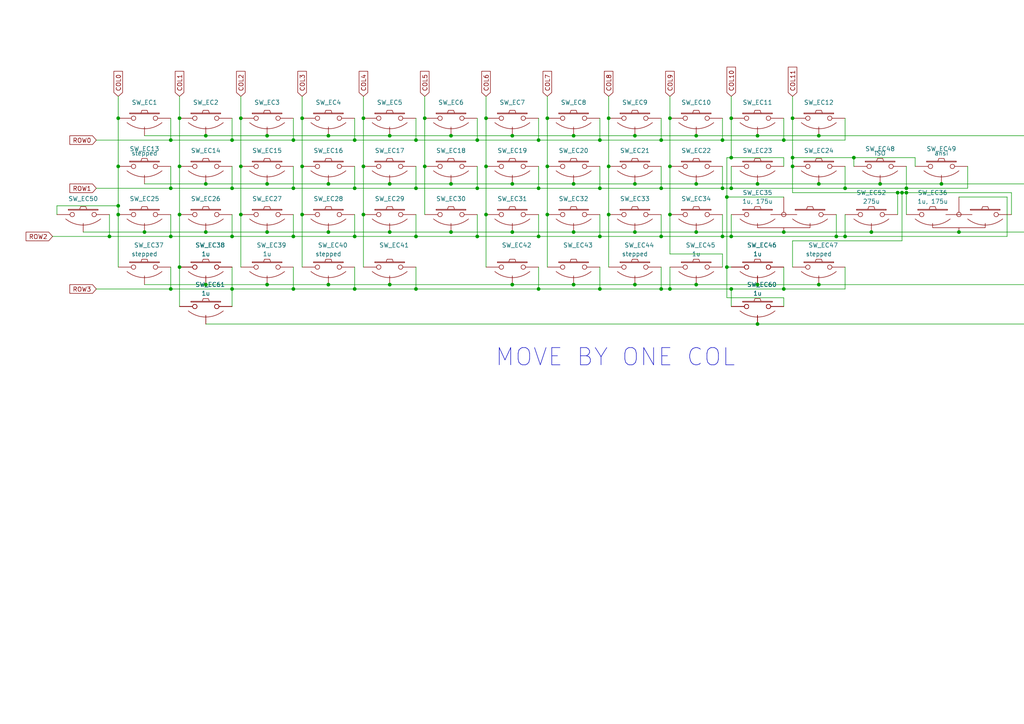
<source format=kicad_sch>
(kicad_sch (version 20230121) (generator eeschema)
  (paper "A4")
  (lib_symbols
    (symbol "cipulot_parts:EC_SW" (pin_numbers hide) (pin_names (offset 1.016) hide)
      (property "Reference" "SW" (at 3.81 2.794 0))
      (property "Value" "EC_SW" (at -3.81 3.81 0))
      (symbol "EC_SW_0_1"
        (arc (start -5.08 -1.27) (mid 0 -3.052) (end 5.08 -1.27))
        (rectangle (start -4.318 1.27) (end 4.318 1.524))
        (polyline (pts (xy -1.016 1.524) (xy -0.762 2.286) (xy 0.762 2.286) (xy 1.016 1.524)))
        (pin passive inverted (at -7.62 0 0) (length 5.08) (name "1") (number "1"))
        (pin passive inverted (at 7.62 0 180) (length 5.08) (name "2") (number "2"))
      )
      (symbol "EC_SW_1_1"
        (pin input line (at 0 -5.08 90) (length 2.54) (name "SG") (number "3"))
      )
    )
    (symbol "cipulot_parts:EC_SW_1u&1.75u" (pin_numbers hide) (pin_names (offset 1.016) hide)
      (property "Reference" "SW" (at 3.81 2.794 0))
      (property "Value" "EC_SW_1u&1.75u" (at -3.81 3.81 0))
      (symbol "EC_SW_1u&1.75u_0_1"
        (arc (start -5.08 -1.27) (mid 0 -3.052) (end 5.08 -1.27))
        (rectangle (start -4.318 1.27) (end 4.318 1.524))
        (polyline (pts (xy 11.43 0) (xy 3.81 0)))
        (polyline (pts (xy -1.016 1.524) (xy -0.762 2.286) (xy 0.762 2.286) (xy 1.016 1.524)))
        (polyline (pts (xy 0 -2.54) (xy 0 -3.81) (xy 15.24 -3.81) (xy 15.24 -2.54)))
        (polyline (pts (xy 14.224 1.524) (xy 14.478 2.286) (xy 16.002 2.286) (xy 16.256 1.524)))
        (arc (start 10.16 -1.27) (mid 15.24 -3.052) (end 20.32 -1.27))
        (rectangle (start 10.922 1.27) (end 19.558 1.524))
        (pin passive inverted (at -7.62 0 0) (length 5.08) (name "1") (number "1"))
        (pin passive inverted (at 7.62 5.08 270) (length 5.7) (name "2") (number "2"))
        (pin passive inverted (at 22.86 0 180) (length 5.08) (name "3") (number "3"))
      )
      (symbol "EC_SW_1u&1.75u_1_1"
        (pin input line (at 7.62 -5.08 90) (length 1.25) (name "SG") (number "4"))
      )
    )
    (symbol "power:GND" (power) (pin_names (offset 0))
      (property "Value" "GND" (at 0 -3.81 0))
      (symbol "GND_0_1"
        (polyline (pts (xy 0 0) (xy 0 -1.27) (xy 1.27 -1.27) (xy 0 -2.54) (xy -1.27 -1.27) (xy 0 -1.27)))
      )
      (symbol "GND_1_1"
        (pin power_in line (at 0 0 270) (length 0) hide (name "GND") (number "1"))
      )
    )
  )
  (junction (at 227.33 83.82))
  (junction (at 212.09 45.72))
  (junction (at 194.31 48.26))
  (junction (at 166.37 82.55))
  (junction (at 176.53 62.23))
  (junction (at 166.37 67.31))
  (junction (at 166.37 53.34))
  (junction (at 59.69 53.34))
  (junction (at 156.21 40.64))
  (junction (at 77.47 67.31))
  (junction (at 34.29 48.26))
  (junction (at 194.31 34.29))
  (junction (at 49.53 40.64))
  (junction (at 245.11 68.58))
  (junction (at 191.77 83.82))
  (junction (at 219.71 53.34))
  (junction (at 201.93 67.31))
  (junction (at 201.93 53.34))
  (junction (at 130.81 39.37))
  (junction (at 209.55 54.61))
  (junction (at 184.15 82.55))
  (junction (at 59.69 39.37))
  (junction (at 219.71 82.55))
  (junction (at 194.31 62.23))
  (junction (at 102.87 54.61))
  (junction (at 173.99 68.58))
  (junction (at 77.47 39.37))
  (junction (at 95.25 53.34))
  (junction (at 130.81 67.31))
  (junction (at 260.35 55.88))
  (junction (at 34.29 59.69))
  (junction (at 158.75 48.26))
  (junction (at 201.93 82.55))
  (junction (at 191.77 40.64))
  (junction (at 120.65 68.58))
  (junction (at 123.19 34.29))
  (junction (at 34.29 62.23))
  (junction (at 173.99 54.61))
  (junction (at 138.43 40.64))
  (junction (at 85.09 40.64))
  (junction (at 67.31 54.61))
  (junction (at 229.87 45.72))
  (junction (at 34.29 34.29))
  (junction (at 123.19 48.26))
  (junction (at 261.62 55.88))
  (junction (at 148.59 67.31))
  (junction (at 59.69 82.55))
  (junction (at 156.21 83.82))
  (junction (at 52.07 34.29))
  (junction (at 210.82 57.15))
  (junction (at 120.65 54.61))
  (junction (at 262.89 54.61))
  (junction (at 237.49 82.55))
  (junction (at 245.11 54.61))
  (junction (at 113.03 67.31))
  (junction (at 219.71 93.98))
  (junction (at 102.87 83.82))
  (junction (at 140.97 48.26))
  (junction (at 229.87 34.29))
  (junction (at 87.63 62.23))
  (junction (at 237.49 39.37))
  (junction (at 166.37 39.37))
  (junction (at 49.53 83.82))
  (junction (at 210.82 77.47))
  (junction (at 52.07 62.23))
  (junction (at 102.87 68.58))
  (junction (at 278.13 67.31))
  (junction (at 242.57 68.58))
  (junction (at 52.07 77.47))
  (junction (at 148.59 53.34))
  (junction (at 95.25 82.55))
  (junction (at 85.09 54.61))
  (junction (at 49.53 68.58))
  (junction (at 105.41 48.26))
  (junction (at 120.65 40.64))
  (junction (at 255.27 53.34))
  (junction (at 67.31 40.64))
  (junction (at 237.49 53.34))
  (junction (at 77.47 82.55))
  (junction (at 252.73 67.31))
  (junction (at 67.31 83.82))
  (junction (at 229.87 48.26))
  (junction (at 173.99 83.82))
  (junction (at 212.09 83.82))
  (junction (at 247.65 45.72))
  (junction (at 130.81 53.34))
  (junction (at 138.43 54.61))
  (junction (at 31.75 68.58))
  (junction (at 138.43 68.58))
  (junction (at 85.09 83.82))
  (junction (at 176.53 48.26))
  (junction (at 120.65 83.82))
  (junction (at 148.59 39.37))
  (junction (at 219.71 39.37))
  (junction (at 41.91 67.31))
  (junction (at 85.09 68.58))
  (junction (at 113.03 53.34))
  (junction (at 227.33 67.31))
  (junction (at 67.31 68.58))
  (junction (at 156.21 54.61))
  (junction (at 87.63 34.29))
  (junction (at 191.77 68.58))
  (junction (at 201.93 39.37))
  (junction (at 87.63 48.26))
  (junction (at 102.87 40.64))
  (junction (at 176.53 34.29))
  (junction (at 212.09 34.29))
  (junction (at 158.75 62.23))
  (junction (at 227.33 40.64))
  (junction (at 212.09 54.61))
  (junction (at 69.85 62.23))
  (junction (at 113.03 82.55))
  (junction (at 113.03 39.37))
  (junction (at 209.55 68.58))
  (junction (at 69.85 48.26))
  (junction (at 52.07 48.26))
  (junction (at 77.47 53.34))
  (junction (at 105.41 34.29))
  (junction (at 59.69 67.31))
  (junction (at 273.05 53.34))
  (junction (at 49.53 54.61))
  (junction (at 69.85 34.29))
  (junction (at 184.15 67.31))
  (junction (at 158.75 34.29))
  (junction (at 173.99 40.64))
  (junction (at 105.41 62.23))
  (junction (at 156.21 68.58))
  (junction (at 140.97 34.29))
  (junction (at 95.25 67.31))
  (junction (at 184.15 53.34))
  (junction (at 209.55 40.64))
  (junction (at 194.31 83.82))
  (junction (at 95.25 39.37))
  (junction (at 262.89 55.88))
  (junction (at 140.97 62.23))
  (junction (at 148.59 82.55))
  (junction (at 212.09 68.58))
  (junction (at 184.15 39.37))
  (junction (at 191.77 54.61))
  (wire (pts (xy 229.87 34.29) (xy 229.87 45.72)))
  (wire (pts (xy 102.87 77.47) (xy 102.87 83.82)))
  (wire (pts (xy 194.31 27.94) (xy 194.31 34.29)))
  (wire (pts (xy 227.33 77.47) (xy 227.33 83.82)))
  (wire (pts (xy 191.77 77.47) (xy 191.77 83.82)))
  (wire (pts (xy 120.65 54.61) (xy 138.43 54.61)))
  (wire (pts (xy 31.75 68.58) (xy 49.53 68.58)))
  (wire (pts (xy 212.09 83.82) (xy 212.09 88.9)))
  (wire (pts (xy 209.55 34.29) (xy 209.55 40.64)))
  (wire (pts (xy 120.65 83.82) (xy 156.21 83.82)))
  (wire (pts (xy 41.91 67.31) (xy 59.69 67.31)))
  (wire (pts (xy 120.65 48.26) (xy 120.65 54.61)))
  (wire (pts (xy 212.09 62.23) (xy 212.09 68.58)))
  (wire (pts (xy 273.05 53.34) (xy 299.72 53.34)))
  (wire (pts (xy 69.85 34.29) (xy 69.85 48.26)))
  (wire (pts (xy 210.82 86.36) (xy 227.33 86.36)))
  (wire (pts (xy 280.67 48.26) (xy 280.67 54.61)))
  (wire (pts (xy 156.21 62.23) (xy 156.21 68.58)))
  (wire (pts (xy 173.99 62.23) (xy 173.99 68.58)))
  (wire (pts (xy 120.65 68.58) (xy 138.43 68.58)))
  (wire (pts (xy 156.21 40.64) (xy 173.99 40.64)))
  (wire (pts (xy 212.09 45.72) (xy 227.33 45.72)))
  (wire (pts (xy 67.31 40.64) (xy 85.09 40.64)))
  (wire (pts (xy 49.53 48.26) (xy 49.53 54.61)))
  (wire (pts (xy 191.77 48.26) (xy 191.77 54.61)))
  (wire (pts (xy 120.65 62.23) (xy 120.65 68.58)))
  (wire (pts (xy 237.49 39.37) (xy 299.72 39.37)))
  (wire (pts (xy 229.87 27.94) (xy 229.87 34.29)))
  (wire (pts (xy 227.33 67.31) (xy 252.73 67.31)))
  (wire (pts (xy 229.87 69.85) (xy 229.87 77.47)))
  (wire (pts (xy 102.87 83.82) (xy 120.65 83.82)))
  (wire (pts (xy 102.87 34.29) (xy 102.87 40.64)))
  (wire (pts (xy 156.21 83.82) (xy 173.99 83.82)))
  (wire (pts (xy 140.97 27.94) (xy 140.97 34.29)))
  (wire (pts (xy 166.37 53.34) (xy 184.15 53.34)))
  (wire (pts (xy 41.91 82.55) (xy 59.69 82.55)))
  (wire (pts (xy 210.82 57.15) (xy 227.33 57.15)))
  (wire (pts (xy 95.25 39.37) (xy 113.03 39.37)))
  (wire (pts (xy 85.09 48.26) (xy 85.09 54.61)))
  (wire (pts (xy 173.99 77.47) (xy 173.99 83.82)))
  (wire (pts (xy 201.93 67.31) (xy 227.33 67.31)))
  (wire (pts (xy 191.77 40.64) (xy 209.55 40.64)))
  (wire (pts (xy 209.55 40.64) (xy 227.33 40.64)))
  (wire (pts (xy 102.87 48.26) (xy 102.87 54.61)))
  (wire (pts (xy 209.55 68.58) (xy 212.09 68.58)))
  (wire (pts (xy 247.65 45.72) (xy 265.43 45.72)))
  (wire (pts (xy 49.53 54.61) (xy 67.31 54.61)))
  (wire (pts (xy 229.87 69.85) (xy 261.62 69.85)))
  (wire (pts (xy 52.07 34.29) (xy 52.07 48.26)))
  (wire (pts (xy 27.94 40.64) (xy 49.53 40.64)))
  (wire (pts (xy 130.81 39.37) (xy 148.59 39.37)))
  (wire (pts (xy 85.09 34.29) (xy 85.09 40.64)))
  (wire (pts (xy 242.57 68.58) (xy 245.11 68.58)))
  (wire (pts (xy 184.15 82.55) (xy 201.93 82.55)))
  (wire (pts (xy 123.19 34.29) (xy 123.19 48.26)))
  (wire (pts (xy 138.43 34.29) (xy 138.43 40.64)))
  (wire (pts (xy 87.63 48.26) (xy 87.63 62.23)))
  (wire (pts (xy 113.03 53.34) (xy 130.81 53.34)))
  (wire (pts (xy 102.87 40.64) (xy 120.65 40.64)))
  (wire (pts (xy 148.59 82.55) (xy 166.37 82.55)))
  (wire (pts (xy 209.55 73.66) (xy 209.55 77.47)))
  (wire (pts (xy 176.53 27.94) (xy 176.53 34.29)))
  (wire (pts (xy 247.65 45.72) (xy 247.65 48.26)))
  (wire (pts (xy 59.69 67.31) (xy 77.47 67.31)))
  (wire (pts (xy 52.07 62.23) (xy 52.07 77.47)))
  (wire (pts (xy 255.27 53.34) (xy 273.05 53.34)))
  (wire (pts (xy 176.53 62.23) (xy 176.53 77.47)))
  (wire (pts (xy 140.97 48.26) (xy 140.97 62.23)))
  (wire (pts (xy 113.03 82.55) (xy 148.59 82.55)))
  (wire (pts (xy 194.31 83.82) (xy 212.09 83.82)))
  (wire (pts (xy 184.15 53.34) (xy 201.93 53.34)))
  (wire (pts (xy 265.43 45.72) (xy 265.43 48.26)))
  (wire (pts (xy 24.13 67.31) (xy 41.91 67.31)))
  (wire (pts (xy 49.53 68.58) (xy 67.31 68.58)))
  (wire (pts (xy 27.94 54.61) (xy 49.53 54.61)))
  (wire (pts (xy 77.47 53.34) (xy 95.25 53.34)))
  (wire (pts (xy 245.11 48.26) (xy 245.11 54.61)))
  (wire (pts (xy 173.99 54.61) (xy 191.77 54.61)))
  (wire (pts (xy 105.41 48.26) (xy 105.41 62.23)))
  (wire (pts (xy 227.33 34.29) (xy 227.33 40.64)))
  (wire (pts (xy 85.09 62.23) (xy 85.09 68.58)))
  (wire (pts (xy 173.99 34.29) (xy 173.99 40.64)))
  (wire (pts (xy 166.37 39.37) (xy 184.15 39.37)))
  (wire (pts (xy 69.85 62.23) (xy 69.85 77.47)))
  (wire (pts (xy 123.19 48.26) (xy 123.19 62.23)))
  (wire (pts (xy 49.53 40.64) (xy 67.31 40.64)))
  (wire (pts (xy 120.65 34.29) (xy 120.65 40.64)))
  (wire (pts (xy 67.31 54.61) (xy 85.09 54.61)))
  (wire (pts (xy 158.75 27.94) (xy 158.75 34.29)))
  (wire (pts (xy 87.63 27.94) (xy 87.63 34.29)))
  (wire (pts (xy 210.82 77.47) (xy 210.82 86.36)))
  (wire (pts (xy 156.21 77.47) (xy 156.21 83.82)))
  (wire (pts (xy 49.53 83.82) (xy 67.31 83.82)))
  (wire (pts (xy 102.87 68.58) (xy 120.65 68.58)))
  (wire (pts (xy 85.09 40.64) (xy 102.87 40.64)))
  (wire (pts (xy 227.33 86.36) (xy 227.33 88.9)))
  (wire (pts (xy 85.09 68.58) (xy 102.87 68.58)))
  (wire (pts (xy 113.03 67.31) (xy 130.81 67.31)))
  (wire (pts (xy 102.87 62.23) (xy 102.87 68.58)))
  (wire (pts (xy 194.31 73.66) (xy 209.55 73.66)))
  (wire (pts (xy 212.09 54.61) (xy 245.11 54.61)))
  (wire (pts (xy 138.43 40.64) (xy 156.21 40.64)))
  (wire (pts (xy 173.99 68.58) (xy 191.77 68.58)))
  (wire (pts (xy 59.69 82.55) (xy 77.47 82.55)))
  (wire (pts (xy 184.15 67.31) (xy 201.93 67.31)))
  (wire (pts (xy 67.31 77.47) (xy 67.31 83.82)))
  (wire (pts (xy 31.75 62.23) (xy 31.75 68.58)))
  (wire (pts (xy 212.09 83.82) (xy 227.33 83.82)))
  (wire (pts (xy 262.89 55.88) (xy 262.89 62.23)))
  (wire (pts (xy 210.82 45.72) (xy 210.82 57.15)))
  (wire (pts (xy 212.09 27.94) (xy 212.09 34.29)))
  (wire (pts (xy 138.43 54.61) (xy 156.21 54.61)))
  (wire (pts (xy 67.31 48.26) (xy 67.31 54.61)))
  (wire (pts (xy 191.77 62.23) (xy 191.77 68.58)))
  (wire (pts (xy 27.94 83.82) (xy 49.53 83.82)))
  (wire (pts (xy 120.65 77.47) (xy 120.65 83.82)))
  (wire (pts (xy 278.13 67.31) (xy 299.72 67.31)))
  (wire (pts (xy 49.53 34.29) (xy 49.53 40.64)))
  (wire (pts (xy 85.09 77.47) (xy 85.09 83.82)))
  (wire (pts (xy 210.82 57.15) (xy 210.82 77.47)))
  (wire (pts (xy 194.31 34.29) (xy 194.31 48.26)))
  (wire (pts (xy 227.33 83.82) (xy 245.11 83.82)))
  (wire (pts (xy 245.11 68.58) (xy 292.1 68.58)))
  (wire (pts (xy 138.43 62.23) (xy 138.43 68.58)))
  (wire (pts (xy 212.09 34.29) (xy 212.09 45.72)))
  (wire (pts (xy 229.87 55.88) (xy 260.35 55.88)))
  (wire (pts (xy 219.71 93.98) (xy 299.72 93.98)))
  (wire (pts (xy 49.53 77.47) (xy 49.53 83.82)))
  (wire (pts (xy 52.07 77.47) (xy 52.07 88.9)))
  (wire (pts (xy 16.51 59.69) (xy 34.29 59.69)))
  (wire (pts (xy 209.55 62.23) (xy 209.55 68.58)))
  (wire (pts (xy 156.21 68.58) (xy 173.99 68.58)))
  (wire (pts (xy 201.93 82.55) (xy 219.71 82.55)))
  (wire (pts (xy 69.85 27.94) (xy 69.85 34.29)))
  (wire (pts (xy 105.41 27.94) (xy 105.41 34.29)))
  (wire (pts (xy 219.71 82.55) (xy 237.49 82.55)))
  (wire (pts (xy 77.47 67.31) (xy 95.25 67.31)))
  (wire (pts (xy 212.09 68.58) (xy 242.57 68.58)))
  (wire (pts (xy 245.11 62.23) (xy 245.11 68.58)))
  (wire (pts (xy 59.69 39.37) (xy 77.47 39.37)))
  (wire (pts (xy 52.07 27.94) (xy 52.07 34.29)))
  (wire (pts (xy 252.73 67.31) (xy 278.13 67.31)))
  (wire (pts (xy 158.75 48.26) (xy 158.75 62.23)))
  (wire (pts (xy 77.47 39.37) (xy 95.25 39.37)))
  (wire (pts (xy 245.11 77.47) (xy 245.11 83.82)))
  (wire (pts (xy 34.29 59.69) (xy 34.29 62.23)))
  (wire (pts (xy 191.77 83.82) (xy 194.31 83.82)))
  (wire (pts (xy 260.35 55.88) (xy 261.62 55.88)))
  (wire (pts (xy 209.55 48.26) (xy 209.55 54.61)))
  (wire (pts (xy 41.91 53.34) (xy 59.69 53.34)))
  (wire (pts (xy 138.43 68.58) (xy 156.21 68.58)))
  (wire (pts (xy 210.82 45.72) (xy 212.09 45.72)))
  (wire (pts (xy 262.89 55.88) (xy 293.37 55.88)))
  (wire (pts (xy 148.59 53.34) (xy 166.37 53.34)))
  (wire (pts (xy 242.57 62.23) (xy 242.57 68.58)))
  (wire (pts (xy 194.31 48.26) (xy 194.31 62.23)))
  (wire (pts (xy 34.29 34.29) (xy 34.29 48.26)))
  (wire (pts (xy 229.87 45.72) (xy 247.65 45.72)))
  (wire (pts (xy 95.25 82.55) (xy 113.03 82.55)))
  (wire (pts (xy 166.37 82.55) (xy 184.15 82.55)))
  (wire (pts (xy 59.69 53.34) (xy 77.47 53.34)))
  (wire (pts (xy 138.43 48.26) (xy 138.43 54.61)))
  (wire (pts (xy 59.69 93.98) (xy 219.71 93.98)))
  (wire (pts (xy 148.59 67.31) (xy 166.37 67.31)))
  (wire (pts (xy 278.13 57.15) (xy 292.1 57.15)))
  (wire (pts (xy 49.53 62.23) (xy 49.53 68.58)))
  (wire (pts (xy 130.81 67.31) (xy 148.59 67.31)))
  (wire (pts (xy 176.53 48.26) (xy 176.53 62.23)))
  (wire (pts (xy 176.53 34.29) (xy 176.53 48.26)))
  (wire (pts (xy 261.62 55.88) (xy 262.89 55.88)))
  (wire (pts (xy 173.99 40.64) (xy 191.77 40.64)))
  (wire (pts (xy 229.87 48.26) (xy 229.87 55.88)))
  (wire (pts (xy 85.09 83.82) (xy 102.87 83.82)))
  (wire (pts (xy 156.21 48.26) (xy 156.21 54.61)))
  (wire (pts (xy 194.31 62.23) (xy 194.31 73.66)))
  (wire (pts (xy 227.33 40.64) (xy 245.11 40.64)))
  (wire (pts (xy 52.07 48.26) (xy 52.07 62.23)))
  (wire (pts (xy 191.77 54.61) (xy 209.55 54.61)))
  (wire (pts (xy 85.09 54.61) (xy 102.87 54.61)))
  (wire (pts (xy 148.59 39.37) (xy 166.37 39.37)))
  (wire (pts (xy 166.37 67.31) (xy 184.15 67.31)))
  (wire (pts (xy 229.87 45.72) (xy 229.87 48.26)))
  (wire (pts (xy 219.71 39.37) (xy 237.49 39.37)))
  (wire (pts (xy 191.77 68.58) (xy 209.55 68.58)))
  (wire (pts (xy 237.49 53.34) (xy 255.27 53.34)))
  (wire (pts (xy 219.71 53.34) (xy 237.49 53.34)))
  (wire (pts (xy 120.65 40.64) (xy 138.43 40.64)))
  (wire (pts (xy 261.62 55.88) (xy 261.62 69.85)))
  (wire (pts (xy 41.91 39.37) (xy 59.69 39.37)))
  (wire (pts (xy 105.41 34.29) (xy 105.41 48.26)))
  (wire (pts (xy 113.03 39.37) (xy 130.81 39.37)))
  (wire (pts (xy 34.29 27.94) (xy 34.29 34.29)))
  (wire (pts (xy 262.89 48.26) (xy 262.89 54.61)))
  (wire (pts (xy 173.99 83.82) (xy 191.77 83.82)))
  (wire (pts (xy 201.93 39.37) (xy 219.71 39.37)))
  (wire (pts (xy 34.29 62.23) (xy 34.29 77.47)))
  (wire (pts (xy 67.31 83.82) (xy 67.31 88.9)))
  (wire (pts (xy 262.89 54.61) (xy 280.67 54.61)))
  (wire (pts (xy 209.55 54.61) (xy 212.09 54.61)))
  (wire (pts (xy 245.11 34.29) (xy 245.11 40.64)))
  (wire (pts (xy 69.85 48.26) (xy 69.85 62.23)))
  (wire (pts (xy 237.49 82.55) (xy 299.72 82.55)))
  (wire (pts (xy 67.31 83.82) (xy 85.09 83.82)))
  (wire (pts (xy 16.51 59.69) (xy 16.51 62.23)))
  (wire (pts (xy 77.47 82.55) (xy 95.25 82.55)))
  (wire (pts (xy 67.31 34.29) (xy 67.31 40.64)))
  (wire (pts (xy 194.31 77.47) (xy 194.31 83.82)))
  (wire (pts (xy 191.77 34.29) (xy 191.77 40.64)))
  (wire (pts (xy 102.87 54.61) (xy 120.65 54.61)))
  (wire (pts (xy 130.81 53.34) (xy 148.59 53.34)))
  (wire (pts (xy 158.75 34.29) (xy 158.75 48.26)))
  (wire (pts (xy 173.99 48.26) (xy 173.99 54.61)))
  (wire (pts (xy 292.1 57.15) (xy 292.1 68.58)))
  (wire (pts (xy 67.31 68.58) (xy 85.09 68.58)))
  (wire (pts (xy 212.09 48.26) (xy 212.09 54.61)))
  (wire (pts (xy 260.35 55.88) (xy 260.35 62.23)))
  (wire (pts (xy 156.21 54.61) (xy 173.99 54.61)))
  (wire (pts (xy 105.41 62.23) (xy 105.41 77.47)))
  (wire (pts (xy 156.21 34.29) (xy 156.21 40.64)))
  (wire (pts (xy 140.97 62.23) (xy 140.97 77.47)))
  (wire (pts (xy 227.33 45.72) (xy 227.33 48.26)))
  (wire (pts (xy 158.75 62.23) (xy 158.75 77.47)))
  (wire (pts (xy 15.24 68.58) (xy 31.75 68.58)))
  (wire (pts (xy 67.31 62.23) (xy 67.31 68.58)))
  (wire (pts (xy 201.93 53.34) (xy 219.71 53.34)))
  (wire (pts (xy 293.37 55.88) (xy 293.37 62.23)))
  (wire (pts (xy 87.63 62.23) (xy 87.63 77.47)))
  (wire (pts (xy 210.82 77.47) (xy 212.09 77.47)))
  (wire (pts (xy 184.15 39.37) (xy 201.93 39.37)))
  (wire (pts (xy 245.11 54.61) (xy 262.89 54.61)))
  (wire (pts (xy 34.29 48.26) (xy 34.29 59.69)))
  (wire (pts (xy 123.19 27.94) (xy 123.19 34.29)))
  (wire (pts (xy 140.97 34.29) (xy 140.97 48.26)))
  (wire (pts (xy 87.63 34.29) (xy 87.63 48.26)))
  (wire (pts (xy 95.25 53.34) (xy 113.03 53.34)))
  (wire (pts (xy 95.25 67.31) (xy 113.03 67.31)))
  (text "RIGHT WIRING?" (at 307.34 62.23 0) (effects (font (size 5 5)) (justify left bottom)))
  (text "MOVE BY ONE COL" (at 143.51 106.68 0) (effects (font (size 5 5)) (justify left bottom)))
  (global_label "ROW0" (shape input) (at 27.94 40.64 180) (property "Intersheetrefs" "${INTERSHEET_REFS}" (effects hide)))
  (global_label "COL2" (shape input) (at 69.85 27.94 90) (property "Intersheetrefs" "${INTERSHEET_REFS}" (effects hide)))
  (global_label "COL1" (shape input) (at 52.07 27.94 90) (property "Intersheetrefs" "${INTERSHEET_REFS}" (effects hide)))
  (global_label "COL0" (shape input) (at 34.29 27.94 90) (property "Intersheetrefs" "${INTERSHEET_REFS}" (effects hide)))
  (global_label "ROW3" (shape input) (at 27.94 83.82 180) (property "Intersheetrefs" "${INTERSHEET_REFS}" (effects hide)))
  (global_label "COL6" (shape input) (at 140.97 27.94 90) (property "Intersheetrefs" "${INTERSHEET_REFS}" (effects hide)))
  (global_label "COL5" (shape input) (at 123.19 27.94 90) (property "Intersheetrefs" "${INTERSHEET_REFS}" (effects hide)))
  (global_label "COL8" (shape input) (at 176.53 27.94 90) (property "Intersheetrefs" "${INTERSHEET_REFS}" (effects hide)))
  (global_label "COL4" (shape input) (at 105.41 27.94 90) (property "Intersheetrefs" "${INTERSHEET_REFS}" (effects hide)))
  (global_label "COL3" (shape input) (at 87.63 27.94 90) (property "Intersheetrefs" "${INTERSHEET_REFS}" (effects hide)))
  (global_label "COL9" (shape input) (at 194.31 27.94 90) (property "Intersheetrefs" "${INTERSHEET_REFS}" (effects hide)))
  (global_label "COL10" (shape input) (at 212.09 27.94 90) (property "Intersheetrefs" "${INTERSHEET_REFS}" (effects hide)))
  (global_label "ROW1" (shape input) (at 27.94 54.61 180) (property "Intersheetrefs" "${INTERSHEET_REFS}" (effects hide)))
  (global_label "COL7" (shape input) (at 158.75 27.94 90) (property "Intersheetrefs" "${INTERSHEET_REFS}" (effects hide)))
  (global_label "COL11" (shape input) (at 229.87 27.94 90) (property "Intersheetrefs" "${INTERSHEET_REFS}" (effects hide)))
  (global_label "ROW2" (shape input) (at 15.24 68.58 180) (property "Intersheetrefs" "${INTERSHEET_REFS}" (effects hide)))
  (symbol (lib_id "cipulot_parts:EC_SW") (at 184.15 34.29 0) (unit 1)
    (property "Reference" "SW_EC9" (at 184.15 29.718 0))
    (property "Value" "Topre" (effects hide))
    (property "Footprint" "cipulot_parts:ecs_pad_1U_no_ring" (effects hide))
  )
  (symbol (lib_id "cipulot_parts:EC_SW") (at 219.71 34.29 0) (unit 1)
    (property "Reference" "SW_EC11" (at 219.71 29.718 0))
    (property "Value" "Topre" (effects hide))
    (property "Footprint" "cipulot_parts:ecs_pad_1U_no_ring" (effects hide))
  )
  (symbol (lib_id "cipulot_parts:EC_SW") (at 113.03 48.26 0) (unit 1)
    (property "Reference" "SW_EC17" (at 113.03 43.688 0))
    (property "Value" "Topre" (effects hide))
    (property "Footprint" "cipulot_parts:ecs_pad_1U_no_ring" (effects hide))
  )
  (symbol (lib_id "cipulot_parts:EC_SW") (at 184.15 62.23 0) (unit 1)
    (property "Reference" "SW_EC33" (at 184.15 57.658 0))
    (property "Value" "Topre" (effects hide))
    (property "Footprint" "cipulot_parts:ecs_pad_1U_no_ring" (effects hide))
  )
  (symbol (lib_id "cipulot_parts:EC_SW") (at 41.91 48.26 0) (unit 1)
    (property "Reference" "SW_EC13" (at 41.91 43.18 0))
    (property "Value" "stepped" (at 41.91 44.45 0))
    (property "Footprint" "cipulot_parts:ecs_pad_no_ring_stepped&normal" (effects hide))
  )
  (symbol (lib_id "cipulot_parts:EC_SW") (at 41.91 62.23 0) (unit 1)
    (property "Reference" "SW_EC25" (at 41.91 57.658 0))
    (property "Value" "Topre" (effects hide))
    (property "Footprint" "cipulot_parts:ecs_pad_1U_no_ring" (effects hide))
  )
  (symbol (lib_id "power:GND") (at 299.72 39.37 0) (unit 1)
    (property "Reference" "#PWR014" (effects hide))
    (property "Value" "GND" (at 303.53 40.64 0))
  )
  (symbol (lib_id "cipulot_parts:EC_SW") (at 148.59 77.47 0) (unit 1)
    (property "Reference" "SW_EC42" (at 149.86 71.12 0))
    (property "Value" "Topre" (effects hide))
    (property "Footprint" "cipulot_parts:ecs_pad_1U_no_ring" (effects hide))
  )
  (symbol (lib_id "cipulot_parts:EC_SW") (at 148.59 48.26 0) (unit 1)
    (property "Reference" "SW_EC19" (at 148.59 43.688 0))
    (property "Value" "Topre" (effects hide))
    (property "Footprint" "cipulot_parts:ecs_pad_1U_no_ring" (effects hide))
  )
  (symbol (lib_id "cipulot_parts:EC_SW") (at 59.69 77.47 0) (unit 1)
    (property "Reference" "SW_EC38" (at 60.96 71.12 0))
    (property "Value" "1u" (at 59.69 73.66 0))
    (property "Footprint" "cipulot_parts:ecs_pad_1U_no_ring_1u_edge_cut" (effects hide))
  )
  (symbol (lib_id "cipulot_parts:EC_SW") (at 237.49 34.29 0) (unit 1)
    (property "Reference" "SW_EC12" (at 237.49 29.718 0))
    (property "Value" "Topre" (effects hide))
    (property "Footprint" "cipulot_parts:ecs_pad_1U_no_ring" (effects hide))
  )
  (symbol (lib_id "cipulot_parts:EC_SW") (at 255.27 48.26 0) (unit 1)
    (property "Reference" "SW_EC48" (at 255.27 43.18 0))
    (property "Value" "ISO" (at 255.27 44.45 0))
    (property "Footprint" "cipulot_parts:ecs_pad_1U_no_ring" (effects hide))
  )
  (symbol (lib_id "power:GND") (at 299.72 93.98 0) (unit 1)
    (property "Reference" "#PWR012" (effects hide))
    (property "Value" "GND" (at 303.53 95.25 0))
  )
  (symbol (lib_id "cipulot_parts:EC_SW") (at 201.93 34.29 0) (unit 1)
    (property "Reference" "SW_EC10" (at 201.93 29.718 0))
    (property "Value" "Topre" (effects hide))
    (property "Footprint" "cipulot_parts:ecs_pad_1U_no_ring" (effects hide))
  )
  (symbol (lib_id "cipulot_parts:EC_SW") (at 77.47 77.47 0) (unit 1)
    (property "Reference" "SW_EC39" (at 78.74 71.12 0))
    (property "Value" "1u" (at 77.47 73.66 0))
    (property "Footprint" "cipulot_parts:ecs_pad_no_ring_stepped&normal_cut" (effects hide))
  )
  (symbol (lib_id "cipulot_parts:EC_SW") (at 113.03 62.23 0) (unit 1)
    (property "Reference" "SW_EC29" (at 113.03 57.658 0))
    (property "Value" "Topre" (effects hide))
    (property "Footprint" "cipulot_parts:ecs_pad_1U_no_ring" (effects hide))
  )
  (symbol (lib_id "cipulot_parts:EC_SW") (at 219.71 88.9 0) (unit 1)
    (property "Reference" "SW_EC60" (at 220.98 82.55 0))
    (property "Value" "1u" (at 219.71 85.09 0))
    (property "Footprint" "cipulot_parts:ecs_pad_1U_no_ring_1u_edge_cut" (effects hide))
  )
  (symbol (lib_id "cipulot_parts:EC_SW") (at 148.59 62.23 0) (unit 1)
    (property "Reference" "SW_EC31" (at 148.59 57.658 0))
    (property "Value" "Topre" (effects hide))
    (property "Footprint" "cipulot_parts:ecs_pad_1U_no_ring" (effects hide))
  )
  (symbol (lib_id "cipulot_parts:EC_SW") (at 77.47 34.29 0) (unit 1)
    (property "Reference" "SW_EC3" (at 77.47 29.718 0))
    (property "Value" "Topre" (effects hide))
    (property "Footprint" "cipulot_parts:ecs_pad_1U_no_ring" (effects hide))
  )
  (symbol (lib_id "cipulot_parts:EC_SW") (at 237.49 48.26 0) (unit 1)
    (property "Reference" "SW_EC24" (at 237.49 43.688 0))
    (property "Value" "Topre" (effects hide))
    (property "Footprint" "cipulot_parts:ecs_pad_1U_no_ring" (effects hide))
  )
  (symbol (lib_id "cipulot_parts:EC_SW_1u&1.75u") (at 270.51 62.23 0) (unit 1)
    (property "Reference" "SW_EC36" (at 270.51 55.88 0))
    (property "Value" "1u, 175u" (at 270.51 58.42 0))
    (property "Footprint" "cipulot_parts:ecs_pad_no_ring_1u1.75u" (effects hide))
  )
  (symbol (lib_id "cipulot_parts:EC_SW") (at 219.71 48.26 0) (unit 1)
    (property "Reference" "SW_EC23" (at 219.71 43.688 0))
    (property "Value" "Topre" (effects hide))
    (property "Footprint" "cipulot_parts:ecs_pad_1U_no_ring_1u_edge_cut" (effects hide))
  )
  (symbol (lib_id "cipulot_parts:EC_SW") (at 41.91 34.29 0) (unit 1)
    (property "Reference" "SW_EC1" (at 41.91 29.718 0))
    (property "Value" "Topre" (effects hide))
    (property "Footprint" "cipulot_parts:ecs_pad_1U_no_ring" (effects hide))
  )
  (symbol (lib_id "cipulot_parts:EC_SW") (at 59.69 48.26 0) (unit 1)
    (property "Reference" "SW_EC14" (at 59.69 43.688 0))
    (property "Value" "Topre" (effects hide))
    (property "Footprint" "cipulot_parts:ecs_pad_1U_no_ring" (effects hide))
  )
  (symbol (lib_id "cipulot_parts:EC_SW") (at 95.25 34.29 0) (unit 1)
    (property "Reference" "SW_EC4" (at 95.25 29.718 0))
    (property "Value" "Topre" (effects hide))
    (property "Footprint" "cipulot_parts:ecs_pad_1U_no_ring" (effects hide))
  )
  (symbol (lib_id "cipulot_parts:EC_SW") (at 59.69 34.29 0) (unit 1)
    (property "Reference" "SW_EC2" (at 59.69 29.718 0))
    (property "Value" "Topre" (effects hide))
    (property "Footprint" "cipulot_parts:ecs_pad_1U_no_ring" (effects hide))
  )
  (symbol (lib_id "cipulot_parts:EC_SW") (at 59.69 62.23 0) (unit 1)
    (property "Reference" "SW_EC26" (at 59.69 57.658 0))
    (property "Value" "Topre" (effects hide))
    (property "Footprint" "cipulot_parts:ecs_pad_1U_no_ring" (effects hide))
  )
  (symbol (lib_id "cipulot_parts:EC_SW") (at 184.15 48.26 0) (unit 1)
    (property "Reference" "SW_EC21" (at 184.15 43.688 0))
    (property "Value" "Topre" (effects hide))
    (property "Footprint" "cipulot_parts:ecs_pad_1U_no_ring" (effects hide))
  )
  (symbol (lib_id "cipulot_parts:EC_SW") (at 77.47 48.26 0) (unit 1)
    (property "Reference" "SW_EC15" (at 77.47 43.688 0))
    (property "Value" "Topre" (effects hide))
    (property "Footprint" "cipulot_parts:ecs_pad_1U_no_ring" (effects hide))
  )
  (symbol (lib_id "cipulot_parts:EC_SW") (at 166.37 48.26 0) (unit 1)
    (property "Reference" "SW_EC20" (at 166.37 43.688 0))
    (property "Value" "Topre" (effects hide))
    (property "Footprint" "cipulot_parts:ecs_pad_1U_no_ring" (effects hide))
  )
  (symbol (lib_id "cipulot_parts:EC_SW") (at 237.49 77.47 0) (unit 1)
    (property "Reference" "SW_EC47" (at 238.76 71.12 0))
    (property "Value" "stepped" (at 237.49 73.66 0))
    (property "Footprint" "cipulot_parts:ecs_pad_no_ring_stepped&normal" (effects hide))
  )
  (symbol (lib_id "cipulot_parts:EC_SW") (at 201.93 62.23 0) (unit 1)
    (property "Reference" "SW_EC34" (at 201.93 57.658 0))
    (property "Value" "Topre" (effects hide))
    (property "Footprint" "cipulot_parts:ecs_pad_1U_no_ring" (effects hide))
  )
  (symbol (lib_id "cipulot_parts:EC_SW") (at 130.81 34.29 0) (unit 1)
    (property "Reference" "SW_EC6" (at 130.81 29.718 0))
    (property "Value" "Topre" (effects hide))
    (property "Footprint" "cipulot_parts:ecs_pad_1U_no_ring" (effects hide))
  )
  (symbol (lib_id "cipulot_parts:EC_SW") (at 166.37 77.47 0) (unit 1)
    (property "Reference" "SW_EC43" (at 167.64 71.12 0))
    (property "Value" "Topre" (effects hide))
    (property "Footprint" "cipulot_parts:ecs_pad_no_ring_stepped&normal" (effects hide))
  )
  (symbol (lib_id "cipulot_parts:EC_SW_1u&1.75u") (at 219.71 62.23 0) (unit 1)
    (property "Reference" "SW_EC35" (at 219.71 55.88 0))
    (property "Value" "1u, 175u" (at 219.71 58.42 0))
    (property "Footprint" "cipulot_parts:ecs_pad_no_ring_1u1.75u" (effects hide))
  )
  (symbol (lib_id "cipulot_parts:EC_SW") (at 95.25 48.26 0) (unit 1)
    (property "Reference" "SW_EC16" (at 95.25 43.688 0))
    (property "Value" "Topre" (effects hide))
    (property "Footprint" "cipulot_parts:ecs_pad_1U_no_ring" (effects hide))
  )
  (symbol (lib_id "cipulot_parts:EC_SW") (at 41.91 77.47 0) (unit 1)
    (property "Reference" "SW_EC37" (at 43.18 71.12 0))
    (property "Value" "stepped" (at 41.91 73.66 0))
    (property "Footprint" "cipulot_parts:ecs_pad_no_ring_stepped&normal" (effects hide))
  )
  (symbol (lib_id "cipulot_parts:EC_SW") (at 201.93 77.47 0) (unit 1)
    (property "Reference" "SW_EC45" (at 203.2 71.12 0))
    (property "Value" "1u" (at 201.93 73.66 0))
    (property "Footprint" "cipulot_parts:ecs_pad_no_ring_stepped&normal_cut" (effects hide))
  )
  (symbol (lib_id "cipulot_parts:EC_SW") (at 273.05 48.26 0) (unit 1)
    (property "Reference" "SW_EC49" (at 273.05 43.18 0))
    (property "Value" "ansi" (at 273.05 44.45 0))
    (property "Footprint" "cipulot_parts:ecs_pad_1U_no_ring_1u_edge_cut" (effects hide))
  )
  (symbol (lib_id "power:GND") (at 299.72 67.31 0) (unit 1)
    (property "Reference" "#PWR06" (effects hide))
    (property "Value" "GND" (at 303.53 68.58 0))
  )
  (symbol (lib_id "cipulot_parts:EC_SW") (at 201.93 48.26 0) (unit 1)
    (property "Reference" "SW_EC22" (at 201.93 43.688 0))
    (property "Value" "Topre" (effects hide))
    (property "Footprint" "cipulot_parts:ecs_pad_1U_no_ring" (effects hide))
  )
  (symbol (lib_id "power:GND") (at 299.72 82.55 0) (unit 1)
    (property "Reference" "#PWR011" (effects hide))
    (property "Value" "GND" (at 303.53 83.82 0))
  )
  (symbol (lib_id "cipulot_parts:EC_SW") (at 130.81 48.26 0) (unit 1)
    (property "Reference" "SW_EC18" (at 130.81 43.688 0))
    (property "Value" "Topre" (effects hide))
    (property "Footprint" "cipulot_parts:ecs_pad_1U_no_ring" (effects hide))
  )
  (symbol (lib_id "cipulot_parts:EC_SW") (at 77.47 62.23 0) (unit 1)
    (property "Reference" "SW_EC27" (at 77.47 57.658 0))
    (property "Value" "Topre" (effects hide))
    (property "Footprint" "cipulot_parts:ecs_pad_1U_no_ring" (effects hide))
  )
  (symbol (lib_id "cipulot_parts:EC_SW") (at 95.25 77.47 0) (unit 1)
    (property "Reference" "SW_EC40" (at 96.52 71.12 0))
    (property "Value" "stepped" (at 95.25 73.66 0))
    (property "Footprint" "cipulot_parts:ecs_pad_no_ring_stepped&normal" (effects hide))
  )
  (symbol (lib_id "power:GND") (at 299.72 53.34 0) (unit 1)
    (property "Reference" "#PWR07" (effects hide))
    (property "Value" "GND" (at 303.53 54.61 0))
  )
  (symbol (lib_id "cipulot_parts:EC_SW") (at 252.73 62.23 0) (unit 1)
    (property "Reference" "SW_EC52" (at 252.73 55.88 0))
    (property "Value" "275u" (at 252.73 58.42 0))
    (property "Footprint" "cipulot_parts:ecs_pad_1U_no_ring" (effects hide))
  )
  (symbol (lib_id "cipulot_parts:EC_SW") (at 113.03 77.47 0) (unit 1)
    (property "Reference" "SW_EC41" (at 114.3 71.12 0))
    (property "Value" "Topre" (effects hide))
    (property "Footprint" "cipulot_parts:ecs_pad_no_ring_stepped&normal" (effects hide))
  )
  (symbol (lib_id "cipulot_parts:EC_SW") (at 166.37 34.29 0) (unit 1)
    (property "Reference" "SW_EC8" (at 166.37 29.718 0))
    (property "Value" "Topre" (effects hide))
    (property "Footprint" "cipulot_parts:ecs_pad_1U_no_ring" (effects hide))
  )
  (symbol (lib_id "cipulot_parts:EC_SW") (at 219.71 77.47 0) (unit 1)
    (property "Reference" "SW_EC46" (at 220.98 71.12 0))
    (property "Value" "1u" (at 219.71 73.66 0))
    (property "Footprint" "cipulot_parts:ecs_pad_1U_no_ring" (effects hide))
  )
  (symbol (lib_id "cipulot_parts:EC_SW") (at 166.37 62.23 0) (unit 1)
    (property "Reference" "SW_EC32" (at 166.37 57.658 0))
    (property "Value" "Topre" (effects hide))
    (property "Footprint" "cipulot_parts:ecs_pad_1U_no_ring" (effects hide))
  )
  (symbol (lib_id "cipulot_parts:EC_SW") (at 24.13 62.23 0) (unit 1)
    (property "Reference" "SW_EC50" (at 24.13 57.658 0))
    (property "Value" "Topre" (effects hide))
    (property "Footprint" "cipulot_parts:ecs_pad_1U_no_ring" (effects hide))
  )
  (symbol (lib_id "cipulot_parts:EC_SW") (at 148.59 34.29 0) (unit 1)
    (property "Reference" "SW_EC7" (at 148.59 29.718 0))
    (property "Value" "Topre" (effects hide))
    (property "Footprint" "cipulot_parts:ecs_pad_1U_no_ring" (effects hide))
  )
  (symbol (lib_id "cipulot_parts:EC_SW") (at 113.03 34.29 0) (unit 1)
    (property "Reference" "SW_EC5" (at 113.03 29.718 0))
    (property "Value" "Topre" (effects hide))
    (property "Footprint" "cipulot_parts:ecs_pad_1U_no_ring" (effects hide))
  )
  (symbol (lib_id "cipulot_parts:EC_SW") (at 95.25 62.23 0) (unit 1)
    (property "Reference" "SW_EC28" (at 95.25 57.658 0))
    (property "Value" "Topre" (effects hide))
    (property "Footprint" "cipulot_parts:ecs_pad_1U_no_ring" (effects hide))
  )
  (symbol (lib_id "cipulot_parts:EC_SW") (at 130.81 62.23 0) (unit 1)
    (property "Reference" "SW_EC30" (at 130.81 57.658 0))
    (property "Value" "Topre" (effects hide))
    (property "Footprint" "cipulot_parts:ecs_pad_1U_no_ring" (effects hide))
  )
  (symbol (lib_id "cipulot_parts:EC_SW") (at 184.15 77.47 0) (unit 1)
    (property "Reference" "SW_EC44" (at 185.42 71.12 0))
    (property "Value" "stepped" (at 184.15 73.66 0))
    (property "Footprint" "cipulot_parts:ecs_pad_no_ring_stepped&normal" (effects hide))
  )
  (symbol (lib_id "cipulot_parts:EC_SW") (at 59.69 88.9 0) (unit 1)
    (property "Reference" "SW_EC61" (at 60.96 82.55 0))
    (property "Value" "1u" (at 59.69 85.09 0))
    (property "Footprint" "cipulot_parts:ecs_pad_1U_no_ring_1u_edge_cut" (effects hide))
  )
)
</source>
